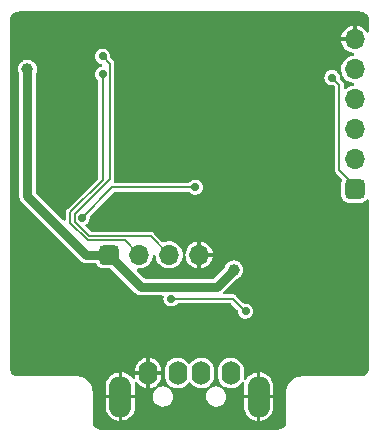
<source format=gbl>
%TF.GenerationSoftware,KiCad,Pcbnew,(6.0.0)*%
%TF.CreationDate,2022-09-20T12:46:11+03:00*%
%TF.ProjectId,Haier_module,48616965-725f-46d6-9f64-756c652e6b69,rev?*%
%TF.SameCoordinates,Original*%
%TF.FileFunction,Copper,L2,Bot*%
%TF.FilePolarity,Positive*%
%FSLAX46Y46*%
G04 Gerber Fmt 4.6, Leading zero omitted, Abs format (unit mm)*
G04 Created by KiCad (PCBNEW (6.0.0)) date 2022-09-20 12:46:11*
%MOMM*%
%LPD*%
G01*
G04 APERTURE LIST*
G04 Aperture macros list*
%AMRoundRect*
0 Rectangle with rounded corners*
0 $1 Rounding radius*
0 $2 $3 $4 $5 $6 $7 $8 $9 X,Y pos of 4 corners*
0 Add a 4 corners polygon primitive as box body*
4,1,4,$2,$3,$4,$5,$6,$7,$8,$9,$2,$3,0*
0 Add four circle primitives for the rounded corners*
1,1,$1+$1,$2,$3*
1,1,$1+$1,$4,$5*
1,1,$1+$1,$6,$7*
1,1,$1+$1,$8,$9*
0 Add four rect primitives between the rounded corners*
20,1,$1+$1,$2,$3,$4,$5,0*
20,1,$1+$1,$4,$5,$6,$7,0*
20,1,$1+$1,$6,$7,$8,$9,0*
20,1,$1+$1,$8,$9,$2,$3,0*%
G04 Aperture macros list end*
%TA.AperFunction,ComponentPad*%
%ADD10O,1.600000X2.000000*%
%TD*%
%TA.AperFunction,ComponentPad*%
%ADD11O,1.900000X3.500000*%
%TD*%
%TA.AperFunction,ComponentPad*%
%ADD12RoundRect,0.425000X0.425000X0.425000X-0.425000X0.425000X-0.425000X-0.425000X0.425000X-0.425000X0*%
%TD*%
%TA.AperFunction,ComponentPad*%
%ADD13O,1.700000X1.700000*%
%TD*%
%TA.AperFunction,ComponentPad*%
%ADD14RoundRect,0.425000X0.425000X-0.425000X0.425000X0.425000X-0.425000X0.425000X-0.425000X-0.425000X0*%
%TD*%
%TA.AperFunction,ViaPad*%
%ADD15C,0.700000*%
%TD*%
%TA.AperFunction,ViaPad*%
%ADD16C,1.000000*%
%TD*%
%TA.AperFunction,Conductor*%
%ADD17C,0.150000*%
%TD*%
%TA.AperFunction,Conductor*%
%ADD18C,0.800000*%
%TD*%
G04 APERTURE END LIST*
D10*
%TO.P,XT1,1,VBUS*%
%TO.N,+5V*%
X105000000Y-120900000D03*
%TO.P,XT1,2,D-*%
%TO.N,Net-(R6-Pad2)*%
X102500000Y-120900000D03*
%TO.P,XT1,3,D+*%
%TO.N,Net-(R5-Pad2)*%
X100500000Y-120900000D03*
%TO.P,XT1,4,GND*%
%TO.N,GND*%
X98000000Y-120900000D03*
D11*
%TO.P,XT1,5,Shield*%
X95650000Y-122900000D03*
X107350000Y-122900000D03*
%TD*%
D12*
%TO.P,XT2,1,Pin_1*%
%TO.N,+3V3*%
X115500000Y-105350000D03*
D13*
%TO.P,XT2,2,Pin_2*%
%TO.N,Net-(R3-Pad2)*%
X115500000Y-102810000D03*
%TO.P,XT2,3,Pin_3*%
%TO.N,Net-(R4-Pad2)*%
X115500000Y-100270000D03*
%TO.P,XT2,4,Pin_4*%
%TO.N,Net-(R2-Pad2)*%
X115500000Y-97730000D03*
%TO.P,XT2,5,Pin_5*%
%TO.N,Net-(R1-Pad2)*%
X115500000Y-95190000D03*
%TO.P,XT2,6,Pin_6*%
%TO.N,GND*%
X115500000Y-92650000D03*
%TD*%
D14*
%TO.P,XT3,1,Pin_1*%
%TO.N,+3V3*%
X94700000Y-110900000D03*
D13*
%TO.P,XT3,2,Pin_2*%
%TO.N,/RX*%
X97240000Y-110900000D03*
%TO.P,XT3,3,Pin_3*%
%TO.N,/TX*%
X99780000Y-110900000D03*
%TO.P,XT3,4,Pin_4*%
%TO.N,GND*%
X102320000Y-110900000D03*
%TD*%
D15*
%TO.N,GND*%
X88913600Y-98900000D03*
X92750000Y-104200000D03*
X96000000Y-99666666D03*
X94000000Y-125000000D03*
X102000000Y-91000000D03*
X113700000Y-117500000D03*
X87313600Y-93000000D03*
X96000000Y-91000000D03*
X107157107Y-108200000D03*
X116292893Y-120500000D03*
X86700000Y-113500000D03*
X102000000Y-99666666D03*
X90000000Y-120500000D03*
X113000000Y-120500000D03*
X91513600Y-115400000D03*
X111007107Y-108600000D03*
X109000000Y-125000000D03*
X105470142Y-107013035D03*
X86700000Y-117000000D03*
X116292893Y-113500000D03*
X108000000Y-95333333D03*
X109307107Y-107100000D03*
X108000000Y-91000000D03*
X109000000Y-120500000D03*
X108000000Y-104000000D03*
X102000000Y-104000000D03*
X112250000Y-118900000D03*
X112300000Y-115450000D03*
X94000000Y-120500000D03*
X87713600Y-91100000D03*
X91300000Y-103100000D03*
X116292893Y-117000000D03*
X87763600Y-108350000D03*
X89000000Y-105400000D03*
X108000000Y-99666666D03*
X86700000Y-120500000D03*
X96000000Y-95333333D03*
%TO.N,/RX*%
X94150000Y-95625000D03*
%TO.N,/TX*%
X94150000Y-94100000D03*
%TO.N,+3V3*%
X113575000Y-95900000D03*
D16*
X105257107Y-112175000D03*
D15*
X87813600Y-101975000D03*
X99200000Y-113625000D03*
D16*
X87788600Y-95175000D03*
D15*
%TO.N,+5V*%
X106250000Y-115675000D03*
X99950000Y-114625000D03*
%TO.N,Net-(R4-Pad1)*%
X102000000Y-105175000D03*
X92400000Y-107750000D03*
%TD*%
D17*
%TO.N,/RX*%
X91425000Y-107300000D02*
X91425000Y-108225000D01*
X91425000Y-108225000D02*
X92874511Y-109674511D01*
X96014511Y-109674511D02*
X97240000Y-110900000D01*
X94150000Y-95625000D02*
X94150000Y-104575000D01*
X92874511Y-109674511D02*
X96014511Y-109674511D01*
X94150000Y-104575000D02*
X91425000Y-107300000D01*
%TO.N,/TX*%
X98205000Y-109325000D02*
X99780000Y-110900000D01*
X91774511Y-107444773D02*
X91774511Y-108080227D01*
X94150000Y-94100000D02*
X94775000Y-94725000D01*
X91774511Y-108080227D02*
X93019284Y-109325000D01*
X94775000Y-94725000D02*
X94775000Y-104444284D01*
X94775000Y-104444284D02*
X91774511Y-107444773D01*
X93019284Y-109325000D02*
X98205000Y-109325000D01*
D18*
%TO.N,+3V3*%
X97425000Y-113625000D02*
X94700000Y-110900000D01*
D17*
X114200000Y-96525000D02*
X114200000Y-103757107D01*
D18*
X103807107Y-113625000D02*
X97425000Y-113625000D01*
X94700000Y-110900000D02*
X92775000Y-110900000D01*
X87788600Y-105913600D02*
X87788600Y-95175000D01*
D17*
X114200000Y-103757107D02*
X115792893Y-105350000D01*
X113575000Y-95900000D02*
X114200000Y-96525000D01*
D18*
X105257107Y-112175000D02*
X103807107Y-113625000D01*
X92775000Y-110900000D02*
X87788600Y-105913600D01*
D17*
%TO.N,+5V*%
X105175000Y-114625000D02*
X106225000Y-115675000D01*
X99950000Y-114625000D02*
X105175000Y-114625000D01*
%TO.N,Net-(R4-Pad1)*%
X92400000Y-107750000D02*
X94975000Y-105175000D01*
X94975000Y-105175000D02*
X102000000Y-105175000D01*
%TD*%
%TA.AperFunction,Conductor*%
%TO.N,GND*%
G36*
X115984608Y-90301914D02*
G01*
X115989145Y-90302714D01*
X116000000Y-90304628D01*
X116010857Y-90302714D01*
X116021368Y-90302714D01*
X116033715Y-90303321D01*
X116046988Y-90304628D01*
X116124214Y-90312234D01*
X116148437Y-90317052D01*
X116256009Y-90349683D01*
X116278820Y-90359132D01*
X116377960Y-90412124D01*
X116398494Y-90425845D01*
X116485382Y-90497152D01*
X116502847Y-90514617D01*
X116570487Y-90597036D01*
X116574155Y-90601506D01*
X116587878Y-90622043D01*
X116640867Y-90721178D01*
X116650317Y-90743991D01*
X116666096Y-90796007D01*
X116682948Y-90851561D01*
X116687766Y-90875786D01*
X116696679Y-90966282D01*
X116697286Y-90978632D01*
X116697286Y-90989143D01*
X116695372Y-91000000D01*
X116697286Y-91010855D01*
X116698086Y-91015392D01*
X116700000Y-91037271D01*
X116700000Y-91955502D01*
X116679998Y-92023623D01*
X116626342Y-92070116D01*
X116556068Y-92080220D01*
X116491488Y-92050726D01*
X116473042Y-92030891D01*
X116361731Y-91881827D01*
X116354041Y-91873287D01*
X116207315Y-91737654D01*
X116198190Y-91730653D01*
X116029209Y-91624034D01*
X116018965Y-91618814D01*
X115833385Y-91544775D01*
X115822347Y-91541505D01*
X115667770Y-91510759D01*
X115654894Y-91511911D01*
X115650000Y-91527064D01*
X115650000Y-92674000D01*
X115629998Y-92742121D01*
X115576342Y-92788614D01*
X115524000Y-92800000D01*
X114375397Y-92800000D01*
X114360357Y-92804416D01*
X114358305Y-92815603D01*
X114358914Y-92824901D01*
X114360715Y-92836273D01*
X114409896Y-93029923D01*
X114413737Y-93040769D01*
X114497386Y-93222218D01*
X114503137Y-93232179D01*
X114618455Y-93395350D01*
X114625921Y-93404092D01*
X114769047Y-93543520D01*
X114777981Y-93550754D01*
X114944112Y-93661760D01*
X114954225Y-93667251D01*
X115137805Y-93746123D01*
X115148738Y-93749675D01*
X115343615Y-93793771D01*
X115360753Y-93796027D01*
X115360480Y-93798100D01*
X115418986Y-93817816D01*
X115463326Y-93873264D01*
X115470650Y-93943882D01*
X115438633Y-94007249D01*
X115377439Y-94043247D01*
X115368081Y-94045224D01*
X115200953Y-94073941D01*
X115002575Y-94147127D01*
X114997614Y-94150079D01*
X114997613Y-94150079D01*
X114980089Y-94160505D01*
X114820856Y-94255238D01*
X114661881Y-94394655D01*
X114530976Y-94560708D01*
X114528287Y-94565819D01*
X114528285Y-94565822D01*
X114494975Y-94629134D01*
X114432523Y-94747836D01*
X114369820Y-94949773D01*
X114344967Y-95159754D01*
X114347698Y-95201416D01*
X114357963Y-95358032D01*
X114358796Y-95370749D01*
X114360217Y-95376345D01*
X114360218Y-95376350D01*
X114399421Y-95530707D01*
X114396956Y-95597521D01*
X114438407Y-95636820D01*
X114443894Y-95647380D01*
X114491774Y-95751239D01*
X114499369Y-95767714D01*
X114621405Y-95940391D01*
X114772865Y-96087937D01*
X114777661Y-96091142D01*
X114777664Y-96091144D01*
X114879420Y-96159135D01*
X114948677Y-96205411D01*
X114953985Y-96207692D01*
X114953986Y-96207692D01*
X115137650Y-96286600D01*
X115137653Y-96286601D01*
X115142953Y-96288878D01*
X115148582Y-96290152D01*
X115148583Y-96290152D01*
X115343550Y-96334269D01*
X115343553Y-96334269D01*
X115349186Y-96335544D01*
X115354958Y-96335771D01*
X115360687Y-96336525D01*
X115360327Y-96339257D01*
X115416604Y-96358216D01*
X115460950Y-96413659D01*
X115468282Y-96484276D01*
X115436271Y-96547647D01*
X115375081Y-96583651D01*
X115365704Y-96585632D01*
X115206650Y-96612962D01*
X115206649Y-96612962D01*
X115200953Y-96613941D01*
X115002575Y-96687127D01*
X114997614Y-96690079D01*
X114997613Y-96690079D01*
X114980089Y-96700505D01*
X114820856Y-96795238D01*
X114784575Y-96827055D01*
X114720174Y-96856931D01*
X114649841Y-96847245D01*
X114595909Y-96801073D01*
X114575500Y-96732322D01*
X114575500Y-96578496D01*
X114577979Y-96555208D01*
X114578078Y-96553110D01*
X114580269Y-96542933D01*
X114576373Y-96510015D01*
X114576029Y-96504179D01*
X114575928Y-96504187D01*
X114575500Y-96499008D01*
X114575500Y-96493807D01*
X114572371Y-96475007D01*
X114571534Y-96469130D01*
X114566800Y-96429134D01*
X114565576Y-96418790D01*
X114561654Y-96410623D01*
X114560167Y-96401687D01*
X114555223Y-96392525D01*
X114555222Y-96392521D01*
X114536094Y-96357071D01*
X114533398Y-96351780D01*
X114514897Y-96313251D01*
X114514896Y-96313250D01*
X114511463Y-96306100D01*
X114507906Y-96301869D01*
X114505974Y-96299937D01*
X114504255Y-96298063D01*
X114504181Y-96297926D01*
X114504291Y-96297826D01*
X114503868Y-96297346D01*
X114500806Y-96291671D01*
X114461632Y-96255459D01*
X114458067Y-96252030D01*
X114260901Y-96054864D01*
X114226875Y-95992552D01*
X114225253Y-95948019D01*
X114230134Y-95913723D01*
X114230278Y-95900000D01*
X114211363Y-95743694D01*
X114208677Y-95736585D01*
X114207105Y-95730186D01*
X114210054Y-95664332D01*
X114168860Y-95625889D01*
X114159434Y-95606265D01*
X114158396Y-95603519D01*
X114158394Y-95603516D01*
X114155710Y-95596412D01*
X114066531Y-95466657D01*
X114019971Y-95425174D01*
X113954648Y-95366972D01*
X113954645Y-95366970D01*
X113948976Y-95361919D01*
X113809831Y-95288245D01*
X113793122Y-95284048D01*
X113664498Y-95251740D01*
X113664496Y-95251740D01*
X113657128Y-95249889D01*
X113649530Y-95249849D01*
X113649528Y-95249849D01*
X113582319Y-95249497D01*
X113499684Y-95249065D01*
X113492305Y-95250837D01*
X113492301Y-95250837D01*
X113353967Y-95284048D01*
X113353963Y-95284049D01*
X113346588Y-95285820D01*
X113206679Y-95358032D01*
X113200957Y-95363024D01*
X113200955Y-95363025D01*
X113093759Y-95456538D01*
X113093756Y-95456541D01*
X113088034Y-95461533D01*
X113051935Y-95512896D01*
X113016223Y-95563710D01*
X112997501Y-95590348D01*
X112940309Y-95737039D01*
X112936271Y-95767714D01*
X112920849Y-95884854D01*
X112919758Y-95893138D01*
X112937035Y-96049633D01*
X112991143Y-96197490D01*
X112995380Y-96203796D01*
X112995382Y-96203799D01*
X113028980Y-96253797D01*
X113078958Y-96328172D01*
X113195410Y-96434135D01*
X113202085Y-96437759D01*
X113327099Y-96505637D01*
X113327101Y-96505638D01*
X113333776Y-96509262D01*
X113341125Y-96511190D01*
X113478719Y-96547287D01*
X113478721Y-96547287D01*
X113486069Y-96549215D01*
X113643495Y-96551688D01*
X113643449Y-96554615D01*
X113699962Y-96564968D01*
X113732357Y-96588394D01*
X113787595Y-96643632D01*
X113821621Y-96705944D01*
X113824500Y-96732727D01*
X113824500Y-103703611D01*
X113822021Y-103726908D01*
X113821923Y-103728993D01*
X113819731Y-103739173D01*
X113820955Y-103749512D01*
X113823627Y-103772091D01*
X113823971Y-103777928D01*
X113824072Y-103777920D01*
X113824500Y-103783099D01*
X113824500Y-103788300D01*
X113825354Y-103793428D01*
X113825354Y-103793434D01*
X113827628Y-103807094D01*
X113828465Y-103812970D01*
X113834424Y-103863317D01*
X113838346Y-103871484D01*
X113839833Y-103880420D01*
X113844777Y-103889582D01*
X113844778Y-103889586D01*
X113863906Y-103925036D01*
X113866602Y-103930327D01*
X113885103Y-103968856D01*
X113888537Y-103976007D01*
X113892094Y-103980238D01*
X113894026Y-103982170D01*
X113895745Y-103984044D01*
X113895819Y-103984181D01*
X113895709Y-103984281D01*
X113896132Y-103984761D01*
X113899194Y-103990436D01*
X113906841Y-103997505D01*
X113906842Y-103997506D01*
X113938367Y-104026647D01*
X113941933Y-104030077D01*
X114387873Y-104476017D01*
X114421899Y-104538329D01*
X114416834Y-104609144D01*
X114415613Y-104612060D01*
X114412997Y-104616303D01*
X114359737Y-104776876D01*
X114359037Y-104783712D01*
X114359036Y-104783715D01*
X114357419Y-104799500D01*
X114349500Y-104876793D01*
X114349501Y-105823206D01*
X114359997Y-105924372D01*
X114413537Y-106084852D01*
X114502560Y-106228711D01*
X114622289Y-106348231D01*
X114628519Y-106352071D01*
X114628520Y-106352072D01*
X114748760Y-106426189D01*
X114766303Y-106437003D01*
X114926876Y-106490263D01*
X114933712Y-106490963D01*
X114933715Y-106490964D01*
X114983797Y-106496095D01*
X115026793Y-106500500D01*
X115496350Y-106500500D01*
X115973206Y-106500499D01*
X115976450Y-106500162D01*
X115976458Y-106500162D01*
X116020880Y-106495553D01*
X116074372Y-106490003D01*
X116234852Y-106436463D01*
X116378711Y-106347440D01*
X116383884Y-106342258D01*
X116383889Y-106342254D01*
X116484827Y-106241139D01*
X116547109Y-106207059D01*
X116617929Y-106212062D01*
X116674802Y-106254559D01*
X116699671Y-106321057D01*
X116700000Y-106330156D01*
X116700000Y-120462729D01*
X116698086Y-120484608D01*
X116695372Y-120500000D01*
X116697286Y-120510857D01*
X116697286Y-120521368D01*
X116696679Y-120533718D01*
X116687766Y-120624214D01*
X116682948Y-120648437D01*
X116650317Y-120756009D01*
X116640868Y-120778820D01*
X116591131Y-120871872D01*
X116587878Y-120877957D01*
X116574157Y-120898491D01*
X116502848Y-120985382D01*
X116485383Y-121002847D01*
X116405854Y-121068115D01*
X116398494Y-121074155D01*
X116377960Y-121087876D01*
X116278822Y-121140867D01*
X116256009Y-121150317D01*
X116148437Y-121182948D01*
X116124214Y-121187766D01*
X116063014Y-121193794D01*
X116033715Y-121196679D01*
X116021368Y-121197286D01*
X116010857Y-121197286D01*
X116000000Y-121195372D01*
X115989145Y-121197286D01*
X115984608Y-121198086D01*
X115962729Y-121200000D01*
X111037271Y-121200000D01*
X111015392Y-121198086D01*
X111010855Y-121197286D01*
X111000000Y-121195372D01*
X110993772Y-121196470D01*
X110796007Y-121212034D01*
X110791200Y-121213188D01*
X110791194Y-121213189D01*
X110667081Y-121242987D01*
X110597036Y-121259803D01*
X110592465Y-121261696D01*
X110592463Y-121261697D01*
X110412561Y-121336214D01*
X110412557Y-121336216D01*
X110407987Y-121338109D01*
X110233516Y-121445025D01*
X110077918Y-121577918D01*
X109945025Y-121733516D01*
X109838109Y-121907987D01*
X109836216Y-121912557D01*
X109836214Y-121912561D01*
X109770267Y-122071774D01*
X109759803Y-122097036D01*
X109732026Y-122212735D01*
X109713190Y-122291194D01*
X109712034Y-122296007D01*
X109702151Y-122421602D01*
X109700839Y-122438268D01*
X109700435Y-122440702D01*
X109700615Y-122440720D01*
X109700000Y-122446993D01*
X109699624Y-122446956D01*
X109699189Y-122448208D01*
X109699083Y-122448846D01*
X109700000Y-122448918D01*
X109696470Y-122493772D01*
X109695372Y-122500000D01*
X109697286Y-122510855D01*
X109698086Y-122515392D01*
X109700000Y-122537271D01*
X109700000Y-124962729D01*
X109698086Y-124984608D01*
X109695372Y-125000000D01*
X109697286Y-125010857D01*
X109697286Y-125021368D01*
X109696679Y-125033718D01*
X109687766Y-125124214D01*
X109682948Y-125148437D01*
X109650317Y-125256009D01*
X109640867Y-125278822D01*
X109587878Y-125377957D01*
X109574157Y-125398491D01*
X109502848Y-125485382D01*
X109485382Y-125502848D01*
X109398494Y-125574155D01*
X109377960Y-125587876D01*
X109278822Y-125640867D01*
X109256009Y-125650317D01*
X109148437Y-125682948D01*
X109124214Y-125687766D01*
X109063014Y-125693794D01*
X109033715Y-125696679D01*
X109021368Y-125697286D01*
X109010857Y-125697286D01*
X109000000Y-125695372D01*
X108989145Y-125697286D01*
X108984608Y-125698086D01*
X108962729Y-125700000D01*
X94037271Y-125700000D01*
X94015392Y-125698086D01*
X94010855Y-125697286D01*
X94000000Y-125695372D01*
X93989143Y-125697286D01*
X93978632Y-125697286D01*
X93966285Y-125696679D01*
X93936986Y-125693794D01*
X93875786Y-125687766D01*
X93851563Y-125682948D01*
X93743991Y-125650317D01*
X93721178Y-125640867D01*
X93622040Y-125587876D01*
X93601506Y-125574155D01*
X93514618Y-125502848D01*
X93497152Y-125485382D01*
X93425843Y-125398491D01*
X93412122Y-125377957D01*
X93359133Y-125278822D01*
X93349683Y-125256009D01*
X93317052Y-125148437D01*
X93312234Y-125124214D01*
X93303321Y-125033718D01*
X93302714Y-125021368D01*
X93302714Y-125010857D01*
X93304628Y-125000000D01*
X93301914Y-124984608D01*
X93300000Y-124962729D01*
X93300000Y-123753806D01*
X94400000Y-123753806D01*
X94400249Y-123759402D01*
X94414284Y-123916656D01*
X94416265Y-123927669D01*
X94472180Y-124132060D01*
X94476078Y-124142541D01*
X94567311Y-124333813D01*
X94572996Y-124343426D01*
X94696656Y-124515518D01*
X94703964Y-124523984D01*
X94856142Y-124671456D01*
X94864824Y-124678486D01*
X95040721Y-124796684D01*
X95050510Y-124802065D01*
X95244548Y-124887242D01*
X95255146Y-124890809D01*
X95461209Y-124940280D01*
X95472254Y-124941911D01*
X95481915Y-124942468D01*
X95497332Y-124938891D01*
X95500000Y-124928128D01*
X95500000Y-124922936D01*
X95800000Y-124922936D01*
X95804105Y-124936918D01*
X95817271Y-124938961D01*
X95905368Y-124928300D01*
X95916302Y-124925976D01*
X96118849Y-124863665D01*
X96129193Y-124859444D01*
X96317507Y-124762247D01*
X96326938Y-124756262D01*
X96495071Y-124627250D01*
X96503287Y-124619694D01*
X96645912Y-124462950D01*
X96652665Y-124454053D01*
X96765279Y-124274534D01*
X96770354Y-124264574D01*
X96849390Y-124067964D01*
X96852625Y-124057249D01*
X96895797Y-123848778D01*
X96897000Y-123839639D01*
X96899895Y-123789435D01*
X96900000Y-123785789D01*
X96900000Y-123753806D01*
X106100000Y-123753806D01*
X106100249Y-123759402D01*
X106114284Y-123916656D01*
X106116265Y-123927669D01*
X106172180Y-124132060D01*
X106176078Y-124142541D01*
X106267311Y-124333813D01*
X106272996Y-124343426D01*
X106396656Y-124515518D01*
X106403964Y-124523984D01*
X106556142Y-124671456D01*
X106564824Y-124678486D01*
X106740721Y-124796684D01*
X106750510Y-124802065D01*
X106944548Y-124887242D01*
X106955146Y-124890809D01*
X107161209Y-124940280D01*
X107172254Y-124941911D01*
X107181915Y-124942468D01*
X107197332Y-124938891D01*
X107200000Y-124928128D01*
X107200000Y-124922936D01*
X107500000Y-124922936D01*
X107504105Y-124936918D01*
X107517271Y-124938961D01*
X107605368Y-124928300D01*
X107616302Y-124925976D01*
X107818849Y-124863665D01*
X107829193Y-124859444D01*
X108017507Y-124762247D01*
X108026938Y-124756262D01*
X108195071Y-124627250D01*
X108203287Y-124619694D01*
X108345912Y-124462950D01*
X108352665Y-124454053D01*
X108465279Y-124274534D01*
X108470354Y-124264574D01*
X108549390Y-124067964D01*
X108552625Y-124057249D01*
X108595797Y-123848778D01*
X108597000Y-123839639D01*
X108599895Y-123789435D01*
X108600000Y-123785789D01*
X108600000Y-123068115D01*
X108595525Y-123052876D01*
X108594135Y-123051671D01*
X108586452Y-123050000D01*
X107518115Y-123050000D01*
X107502876Y-123054475D01*
X107501671Y-123055865D01*
X107500000Y-123063548D01*
X107500000Y-124922936D01*
X107200000Y-124922936D01*
X107200000Y-123068115D01*
X107195525Y-123052876D01*
X107194135Y-123051671D01*
X107186452Y-123050000D01*
X106118115Y-123050000D01*
X106102876Y-123054475D01*
X106101671Y-123055865D01*
X106100000Y-123063548D01*
X106100000Y-123753806D01*
X96900000Y-123753806D01*
X96900000Y-123068115D01*
X96895525Y-123052876D01*
X96894135Y-123051671D01*
X96886452Y-123050000D01*
X95818115Y-123050000D01*
X95802876Y-123054475D01*
X95801671Y-123055865D01*
X95800000Y-123063548D01*
X95800000Y-124922936D01*
X95500000Y-124922936D01*
X95500000Y-123068115D01*
X95495525Y-123052876D01*
X95494135Y-123051671D01*
X95486452Y-123050000D01*
X94418115Y-123050000D01*
X94402876Y-123054475D01*
X94401671Y-123055865D01*
X94400000Y-123063548D01*
X94400000Y-123753806D01*
X93300000Y-123753806D01*
X93300000Y-122731885D01*
X94400000Y-122731885D01*
X94404475Y-122747124D01*
X94405865Y-122748329D01*
X94413548Y-122750000D01*
X95481885Y-122750000D01*
X95497124Y-122745525D01*
X95498329Y-122744135D01*
X95500000Y-122736452D01*
X95500000Y-122731885D01*
X95800000Y-122731885D01*
X95804475Y-122747124D01*
X95805865Y-122748329D01*
X95813548Y-122750000D01*
X96881885Y-122750000D01*
X96897124Y-122745525D01*
X96898329Y-122744135D01*
X96900000Y-122736452D01*
X96900000Y-122046194D01*
X96899751Y-122040598D01*
X96885716Y-121883344D01*
X96883736Y-121872335D01*
X96875042Y-121840558D01*
X96876359Y-121769574D01*
X96915844Y-121710570D01*
X96980961Y-121682280D01*
X97051036Y-121693686D01*
X97095662Y-121729476D01*
X97196081Y-121857314D01*
X97204321Y-121865967D01*
X97353791Y-121995670D01*
X97363511Y-122002604D01*
X97534812Y-122101704D01*
X97545676Y-122106678D01*
X97732629Y-122171599D01*
X97744230Y-122174427D01*
X97832071Y-122187163D01*
X97846007Y-122185177D01*
X97848670Y-122176129D01*
X98150000Y-122176129D01*
X98154475Y-122191368D01*
X98154687Y-122191552D01*
X98160635Y-122192702D01*
X98161520Y-122192577D01*
X98353928Y-122146206D01*
X98365207Y-122142323D01*
X98541129Y-122062335D01*
X98611420Y-122052348D01*
X98675952Y-122081949D01*
X98714236Y-122141739D01*
X98714118Y-122212735D01*
X98679854Y-122268584D01*
X98598493Y-122345524D01*
X98494625Y-122498360D01*
X98492092Y-122504694D01*
X98492090Y-122504697D01*
X98428534Y-122663598D01*
X98428533Y-122663603D01*
X98426000Y-122669935D01*
X98395819Y-122852244D01*
X98396176Y-122859061D01*
X98396176Y-122859065D01*
X98404302Y-123014111D01*
X98405490Y-123036781D01*
X98407301Y-123043354D01*
X98407301Y-123043357D01*
X98432930Y-123136402D01*
X98454562Y-123214936D01*
X98540746Y-123378398D01*
X98660020Y-123519540D01*
X98665444Y-123523687D01*
X98665445Y-123523688D01*
X98801399Y-123627633D01*
X98801403Y-123627636D01*
X98806820Y-123631777D01*
X98813000Y-123634659D01*
X98813002Y-123634660D01*
X98968120Y-123706993D01*
X98968123Y-123706994D01*
X98974297Y-123709873D01*
X98980942Y-123711358D01*
X98980947Y-123711360D01*
X99089207Y-123735558D01*
X99154637Y-123750183D01*
X99160307Y-123750500D01*
X99296164Y-123750500D01*
X99433709Y-123735558D01*
X99608848Y-123676617D01*
X99767244Y-123581443D01*
X99828318Y-123523688D01*
X99896549Y-123459165D01*
X99896551Y-123459163D01*
X99901507Y-123454476D01*
X100005375Y-123301640D01*
X100037639Y-123220975D01*
X100071466Y-123136402D01*
X100071467Y-123136397D01*
X100074000Y-123130065D01*
X100104181Y-122947756D01*
X100098823Y-122845506D01*
X100094867Y-122770032D01*
X100094510Y-122763219D01*
X100089637Y-122745525D01*
X100047251Y-122591646D01*
X100045438Y-122585064D01*
X99959254Y-122421602D01*
X99839980Y-122280460D01*
X99834555Y-122276312D01*
X99829618Y-122271611D01*
X99830530Y-122270653D01*
X99792866Y-122219263D01*
X99788519Y-122148400D01*
X99823174Y-122086435D01*
X99885828Y-122053043D01*
X99956588Y-122058826D01*
X99974457Y-122067365D01*
X100007421Y-122086435D01*
X100039799Y-122105166D01*
X100102119Y-122126807D01*
X100232509Y-122172086D01*
X100232511Y-122172086D01*
X100238174Y-122174053D01*
X100244109Y-122174914D01*
X100244111Y-122174914D01*
X100440056Y-122203325D01*
X100440059Y-122203325D01*
X100445996Y-122204186D01*
X100655767Y-122194477D01*
X100797944Y-122160212D01*
X100854085Y-122146682D01*
X100854087Y-122146681D01*
X100859918Y-122145276D01*
X100865376Y-122142794D01*
X100865380Y-122142793D01*
X101045626Y-122060840D01*
X101051081Y-122058360D01*
X101222360Y-121936863D01*
X101367575Y-121785169D01*
X101394108Y-121744077D01*
X101447864Y-121697699D01*
X101518159Y-121687746D01*
X101582677Y-121717378D01*
X101599046Y-121734592D01*
X101695718Y-121857662D01*
X101695722Y-121857667D01*
X101699424Y-121862379D01*
X101703954Y-121866310D01*
X101703955Y-121866311D01*
X101853498Y-121996079D01*
X101853503Y-121996083D01*
X101858029Y-122000010D01*
X102039799Y-122105166D01*
X102102119Y-122126807D01*
X102232509Y-122172086D01*
X102232511Y-122172086D01*
X102238174Y-122174053D01*
X102244109Y-122174914D01*
X102244111Y-122174914D01*
X102440056Y-122203325D01*
X102440059Y-122203325D01*
X102445996Y-122204186D01*
X102655767Y-122194477D01*
X102797944Y-122160212D01*
X102854085Y-122146682D01*
X102854087Y-122146681D01*
X102859918Y-122145276D01*
X102865376Y-122142794D01*
X102865380Y-122142793D01*
X103040012Y-122063393D01*
X103110303Y-122053407D01*
X103174834Y-122083007D01*
X103213118Y-122142798D01*
X103213000Y-122213794D01*
X103178737Y-122269641D01*
X103098493Y-122345524D01*
X102994625Y-122498360D01*
X102992092Y-122504694D01*
X102992090Y-122504697D01*
X102928534Y-122663598D01*
X102928533Y-122663603D01*
X102926000Y-122669935D01*
X102895819Y-122852244D01*
X102896176Y-122859061D01*
X102896176Y-122859065D01*
X102904302Y-123014111D01*
X102905490Y-123036781D01*
X102907301Y-123043354D01*
X102907301Y-123043357D01*
X102932930Y-123136402D01*
X102954562Y-123214936D01*
X103040746Y-123378398D01*
X103160020Y-123519540D01*
X103165444Y-123523687D01*
X103165445Y-123523688D01*
X103301399Y-123627633D01*
X103301403Y-123627636D01*
X103306820Y-123631777D01*
X103313000Y-123634659D01*
X103313002Y-123634660D01*
X103468120Y-123706993D01*
X103468123Y-123706994D01*
X103474297Y-123709873D01*
X103480942Y-123711358D01*
X103480947Y-123711360D01*
X103589207Y-123735558D01*
X103654637Y-123750183D01*
X103660307Y-123750500D01*
X103796164Y-123750500D01*
X103933709Y-123735558D01*
X104108848Y-123676617D01*
X104267244Y-123581443D01*
X104328318Y-123523688D01*
X104396549Y-123459165D01*
X104396551Y-123459163D01*
X104401507Y-123454476D01*
X104505375Y-123301640D01*
X104537639Y-123220975D01*
X104571466Y-123136402D01*
X104571467Y-123136397D01*
X104574000Y-123130065D01*
X104604181Y-122947756D01*
X104598823Y-122845506D01*
X104594867Y-122770032D01*
X104594510Y-122763219D01*
X104589637Y-122745525D01*
X104547251Y-122591646D01*
X104545438Y-122585064D01*
X104459254Y-122421602D01*
X104339980Y-122280460D01*
X104334555Y-122276312D01*
X104329618Y-122271611D01*
X104330530Y-122270653D01*
X104292866Y-122219263D01*
X104288519Y-122148400D01*
X104323174Y-122086435D01*
X104385828Y-122053043D01*
X104456588Y-122058826D01*
X104474457Y-122067365D01*
X104507421Y-122086435D01*
X104539799Y-122105166D01*
X104602119Y-122126807D01*
X104732509Y-122172086D01*
X104732511Y-122172086D01*
X104738174Y-122174053D01*
X104744109Y-122174914D01*
X104744111Y-122174914D01*
X104940056Y-122203325D01*
X104940059Y-122203325D01*
X104945996Y-122204186D01*
X105155767Y-122194477D01*
X105297944Y-122160212D01*
X105354085Y-122146682D01*
X105354087Y-122146681D01*
X105359918Y-122145276D01*
X105365376Y-122142794D01*
X105365380Y-122142793D01*
X105545626Y-122060840D01*
X105551081Y-122058360D01*
X105722360Y-121936863D01*
X105867575Y-121785169D01*
X105900457Y-121734244D01*
X105954212Y-121687866D01*
X106024507Y-121677912D01*
X106089025Y-121707543D01*
X106127281Y-121767351D01*
X106129691Y-121828141D01*
X106104204Y-121951219D01*
X106103000Y-121960361D01*
X106100105Y-122010565D01*
X106100000Y-122014211D01*
X106100000Y-122731885D01*
X106104475Y-122747124D01*
X106105865Y-122748329D01*
X106113548Y-122750000D01*
X107181885Y-122750000D01*
X107197124Y-122745525D01*
X107198329Y-122744135D01*
X107200000Y-122736452D01*
X107200000Y-122731885D01*
X107500000Y-122731885D01*
X107504475Y-122747124D01*
X107505865Y-122748329D01*
X107513548Y-122750000D01*
X108581885Y-122750000D01*
X108597124Y-122745525D01*
X108598329Y-122744135D01*
X108600000Y-122736452D01*
X108600000Y-122046194D01*
X108599751Y-122040598D01*
X108585716Y-121883344D01*
X108583735Y-121872331D01*
X108527820Y-121667940D01*
X108523922Y-121657459D01*
X108432689Y-121466187D01*
X108427004Y-121456574D01*
X108303344Y-121284482D01*
X108296036Y-121276016D01*
X108143858Y-121128544D01*
X108135176Y-121121514D01*
X107959279Y-121003316D01*
X107949490Y-120997935D01*
X107755452Y-120912758D01*
X107744854Y-120909191D01*
X107538791Y-120859720D01*
X107527746Y-120858089D01*
X107518085Y-120857532D01*
X107502668Y-120861109D01*
X107500000Y-120871872D01*
X107500000Y-122731885D01*
X107200000Y-122731885D01*
X107200000Y-120877064D01*
X107195895Y-120863082D01*
X107182729Y-120861039D01*
X107094632Y-120871700D01*
X107083698Y-120874024D01*
X106881151Y-120936335D01*
X106870807Y-120940556D01*
X106682493Y-121037753D01*
X106673062Y-121043738D01*
X106504929Y-121172750D01*
X106496713Y-121180306D01*
X106354088Y-121337050D01*
X106347334Y-121345947D01*
X106309764Y-121405838D01*
X106256620Y-121452915D01*
X106186461Y-121463787D01*
X106121561Y-121435002D01*
X106082526Y-121375700D01*
X106079363Y-121314731D01*
X106081641Y-121303069D01*
X106100230Y-121207878D01*
X106100500Y-121202357D01*
X106100500Y-120647531D01*
X106085561Y-120490954D01*
X106026447Y-120289451D01*
X105973274Y-120186209D01*
X105933041Y-120108092D01*
X105933039Y-120108089D01*
X105930295Y-120102761D01*
X105804555Y-119942686D01*
X105804282Y-119942338D01*
X105804278Y-119942333D01*
X105800576Y-119937621D01*
X105796045Y-119933689D01*
X105646502Y-119803921D01*
X105646497Y-119803917D01*
X105641971Y-119799990D01*
X105460201Y-119694834D01*
X105344696Y-119654724D01*
X105267491Y-119627914D01*
X105267489Y-119627914D01*
X105261826Y-119625947D01*
X105255891Y-119625086D01*
X105255889Y-119625086D01*
X105059944Y-119596675D01*
X105059941Y-119596675D01*
X105054004Y-119595814D01*
X104844233Y-119605523D01*
X104749305Y-119628401D01*
X104645915Y-119653318D01*
X104645913Y-119653319D01*
X104640082Y-119654724D01*
X104634624Y-119657206D01*
X104634620Y-119657207D01*
X104544250Y-119698296D01*
X104448919Y-119741640D01*
X104277640Y-119863137D01*
X104132425Y-120014831D01*
X104129174Y-120019866D01*
X104069520Y-120112254D01*
X104018515Y-120191246D01*
X104016273Y-120196809D01*
X103976546Y-120295385D01*
X103940019Y-120386019D01*
X103938871Y-120391900D01*
X103938869Y-120391905D01*
X103906165Y-120559374D01*
X103899770Y-120592122D01*
X103899500Y-120597643D01*
X103899500Y-121152469D01*
X103914439Y-121309046D01*
X103973553Y-121510549D01*
X104010188Y-121581680D01*
X104064878Y-121687866D01*
X104069705Y-121697239D01*
X104097038Y-121732036D01*
X104195718Y-121857662D01*
X104195722Y-121857667D01*
X104199424Y-121862379D01*
X104203954Y-121866310D01*
X104203955Y-121866311D01*
X104289239Y-121940317D01*
X104327580Y-122000070D01*
X104327529Y-122071067D01*
X104289102Y-122130766D01*
X104224500Y-122160212D01*
X104153408Y-122149677D01*
X104150670Y-122148400D01*
X104113173Y-122130915D01*
X104031880Y-122093007D01*
X104031877Y-122093006D01*
X104025703Y-122090127D01*
X104019058Y-122088642D01*
X104019053Y-122088640D01*
X103861424Y-122053407D01*
X103845363Y-122049817D01*
X103839693Y-122049500D01*
X103703836Y-122049500D01*
X103566291Y-122064442D01*
X103391152Y-122123383D01*
X103385302Y-122126898D01*
X103385300Y-122126899D01*
X103380246Y-122129936D01*
X103311553Y-122147876D01*
X103244066Y-122125830D01*
X103199212Y-122070797D01*
X103191231Y-122000250D01*
X103224333Y-121934802D01*
X103363430Y-121789499D01*
X103367575Y-121785169D01*
X103417698Y-121707543D01*
X103478233Y-121613791D01*
X103478234Y-121613788D01*
X103481485Y-121608754D01*
X103521063Y-121510549D01*
X103557739Y-121419545D01*
X103557740Y-121419542D01*
X103559981Y-121413981D01*
X103561129Y-121408100D01*
X103561131Y-121408095D01*
X103599362Y-121212324D01*
X103599362Y-121212321D01*
X103600230Y-121207878D01*
X103600500Y-121202357D01*
X103600500Y-120647531D01*
X103585561Y-120490954D01*
X103526447Y-120289451D01*
X103473274Y-120186209D01*
X103433041Y-120108092D01*
X103433039Y-120108089D01*
X103430295Y-120102761D01*
X103304555Y-119942686D01*
X103304282Y-119942338D01*
X103304278Y-119942333D01*
X103300576Y-119937621D01*
X103296045Y-119933689D01*
X103146502Y-119803921D01*
X103146497Y-119803917D01*
X103141971Y-119799990D01*
X102960201Y-119694834D01*
X102844696Y-119654724D01*
X102767491Y-119627914D01*
X102767489Y-119627914D01*
X102761826Y-119625947D01*
X102755891Y-119625086D01*
X102755889Y-119625086D01*
X102559944Y-119596675D01*
X102559941Y-119596675D01*
X102554004Y-119595814D01*
X102344233Y-119605523D01*
X102249305Y-119628401D01*
X102145915Y-119653318D01*
X102145913Y-119653319D01*
X102140082Y-119654724D01*
X102134624Y-119657206D01*
X102134620Y-119657207D01*
X102044250Y-119698296D01*
X101948919Y-119741640D01*
X101777640Y-119863137D01*
X101632425Y-120014831D01*
X101629174Y-120019866D01*
X101605892Y-120055923D01*
X101552136Y-120102301D01*
X101481841Y-120112254D01*
X101417323Y-120082622D01*
X101400954Y-120065408D01*
X101304282Y-119942338D01*
X101304278Y-119942333D01*
X101300576Y-119937621D01*
X101296045Y-119933689D01*
X101146502Y-119803921D01*
X101146497Y-119803917D01*
X101141971Y-119799990D01*
X100960201Y-119694834D01*
X100844696Y-119654724D01*
X100767491Y-119627914D01*
X100767489Y-119627914D01*
X100761826Y-119625947D01*
X100755891Y-119625086D01*
X100755889Y-119625086D01*
X100559944Y-119596675D01*
X100559941Y-119596675D01*
X100554004Y-119595814D01*
X100344233Y-119605523D01*
X100249305Y-119628401D01*
X100145915Y-119653318D01*
X100145913Y-119653319D01*
X100140082Y-119654724D01*
X100134624Y-119657206D01*
X100134620Y-119657207D01*
X100044250Y-119698296D01*
X99948919Y-119741640D01*
X99777640Y-119863137D01*
X99632425Y-120014831D01*
X99629174Y-120019866D01*
X99569520Y-120112254D01*
X99518515Y-120191246D01*
X99516273Y-120196809D01*
X99476546Y-120295385D01*
X99440019Y-120386019D01*
X99438871Y-120391900D01*
X99438869Y-120391905D01*
X99406165Y-120559374D01*
X99399770Y-120592122D01*
X99399500Y-120597643D01*
X99399500Y-121152469D01*
X99414439Y-121309046D01*
X99473553Y-121510549D01*
X99510188Y-121581680D01*
X99564878Y-121687866D01*
X99569705Y-121697239D01*
X99597038Y-121732036D01*
X99695718Y-121857662D01*
X99695722Y-121857667D01*
X99699424Y-121862379D01*
X99703954Y-121866310D01*
X99703955Y-121866311D01*
X99789239Y-121940317D01*
X99827580Y-122000070D01*
X99827529Y-122071067D01*
X99789102Y-122130766D01*
X99724500Y-122160212D01*
X99653408Y-122149677D01*
X99650670Y-122148400D01*
X99613173Y-122130915D01*
X99531880Y-122093007D01*
X99531877Y-122093006D01*
X99525703Y-122090127D01*
X99519058Y-122088642D01*
X99519053Y-122088640D01*
X99361424Y-122053407D01*
X99345363Y-122049817D01*
X99339693Y-122049500D01*
X99203836Y-122049500D01*
X99066291Y-122064442D01*
X98891152Y-122123383D01*
X98885302Y-122126898D01*
X98878617Y-122130915D01*
X98809924Y-122148854D01*
X98742437Y-122126807D01*
X98697583Y-122071774D01*
X98689603Y-122001227D01*
X98722705Y-121935780D01*
X98863036Y-121789188D01*
X98870432Y-121779823D01*
X98977787Y-121613560D01*
X98983283Y-121602957D01*
X99057257Y-121419404D01*
X99060650Y-121407949D01*
X99098861Y-121212278D01*
X99099935Y-121203443D01*
X99100000Y-121200758D01*
X99100000Y-121068115D01*
X99095525Y-121052876D01*
X99094135Y-121051671D01*
X99086452Y-121050000D01*
X98168115Y-121050000D01*
X98152876Y-121054475D01*
X98151671Y-121055865D01*
X98150000Y-121063548D01*
X98150000Y-122176129D01*
X97848670Y-122176129D01*
X97850000Y-122171609D01*
X97850000Y-121068115D01*
X97845525Y-121052876D01*
X97844135Y-121051671D01*
X97836452Y-121050000D01*
X96918115Y-121050000D01*
X96902876Y-121054475D01*
X96901671Y-121055865D01*
X96900000Y-121063548D01*
X96900000Y-121149454D01*
X96900285Y-121155430D01*
X96914362Y-121302974D01*
X96914994Y-121306258D01*
X96914834Y-121307927D01*
X96914932Y-121308951D01*
X96914734Y-121308970D01*
X96908231Y-121376932D01*
X96864333Y-121432731D01*
X96797237Y-121455938D01*
X96728245Y-121439187D01*
X96688943Y-121403606D01*
X96603344Y-121284482D01*
X96596036Y-121276016D01*
X96443858Y-121128544D01*
X96435176Y-121121514D01*
X96259279Y-121003316D01*
X96249490Y-120997935D01*
X96055452Y-120912758D01*
X96044854Y-120909191D01*
X95838791Y-120859720D01*
X95827746Y-120858089D01*
X95818085Y-120857532D01*
X95802668Y-120861109D01*
X95800000Y-120871872D01*
X95800000Y-122731885D01*
X95500000Y-122731885D01*
X95500000Y-120877064D01*
X95495895Y-120863082D01*
X95482729Y-120861039D01*
X95394632Y-120871700D01*
X95383698Y-120874024D01*
X95181151Y-120936335D01*
X95170807Y-120940556D01*
X94982493Y-121037753D01*
X94973062Y-121043738D01*
X94804929Y-121172750D01*
X94796713Y-121180306D01*
X94654088Y-121337050D01*
X94647335Y-121345947D01*
X94534721Y-121525466D01*
X94529646Y-121535426D01*
X94450610Y-121732036D01*
X94447375Y-121742751D01*
X94404203Y-121951222D01*
X94403000Y-121960361D01*
X94400105Y-122010565D01*
X94400000Y-122014211D01*
X94400000Y-122731885D01*
X93300000Y-122731885D01*
X93300000Y-122537271D01*
X93301914Y-122515392D01*
X93302714Y-122510855D01*
X93304628Y-122500000D01*
X93303530Y-122493772D01*
X93287966Y-122296007D01*
X93286811Y-122291196D01*
X93286811Y-122291194D01*
X93251778Y-122145276D01*
X93240197Y-122097036D01*
X93229733Y-122071774D01*
X93163786Y-121912561D01*
X93163784Y-121912557D01*
X93161891Y-121907987D01*
X93054975Y-121733516D01*
X92922082Y-121577918D01*
X92766484Y-121445025D01*
X92592013Y-121338109D01*
X92587443Y-121336216D01*
X92587439Y-121336214D01*
X92407537Y-121261697D01*
X92407535Y-121261696D01*
X92402964Y-121259803D01*
X92203993Y-121212034D01*
X92061727Y-121200838D01*
X92059298Y-121200435D01*
X92059280Y-121200615D01*
X92053007Y-121200000D01*
X92053044Y-121199624D01*
X92051792Y-121199189D01*
X92051154Y-121199083D01*
X92051082Y-121200000D01*
X92006228Y-121196470D01*
X92000000Y-121195372D01*
X91989145Y-121197286D01*
X91984608Y-121198086D01*
X91962729Y-121200000D01*
X87037271Y-121200000D01*
X87015392Y-121198086D01*
X87010855Y-121197286D01*
X87000000Y-121195372D01*
X86989143Y-121197286D01*
X86978632Y-121197286D01*
X86966285Y-121196679D01*
X86936986Y-121193794D01*
X86875786Y-121187766D01*
X86851563Y-121182948D01*
X86743991Y-121150317D01*
X86721178Y-121140867D01*
X86622040Y-121087876D01*
X86601506Y-121074155D01*
X86594147Y-121068115D01*
X86514617Y-121002847D01*
X86497152Y-120985382D01*
X86425843Y-120898491D01*
X86412122Y-120877957D01*
X86408870Y-120871872D01*
X86359132Y-120778820D01*
X86349683Y-120756009D01*
X86342365Y-120731885D01*
X96900000Y-120731885D01*
X96904475Y-120747124D01*
X96905865Y-120748329D01*
X96913548Y-120750000D01*
X97831885Y-120750000D01*
X97847124Y-120745525D01*
X97848329Y-120744135D01*
X97850000Y-120736452D01*
X97850000Y-120731885D01*
X98150000Y-120731885D01*
X98154475Y-120747124D01*
X98155865Y-120748329D01*
X98163548Y-120750000D01*
X99081885Y-120750000D01*
X99097124Y-120745525D01*
X99098329Y-120744135D01*
X99100000Y-120736452D01*
X99100000Y-120650546D01*
X99099715Y-120644570D01*
X99085638Y-120497026D01*
X99083379Y-120485291D01*
X99027667Y-120295385D01*
X99023237Y-120284309D01*
X98932619Y-120108363D01*
X98926169Y-120098317D01*
X98803919Y-119942686D01*
X98795679Y-119934033D01*
X98646209Y-119804330D01*
X98636489Y-119797396D01*
X98465188Y-119698296D01*
X98454324Y-119693322D01*
X98267371Y-119628401D01*
X98255770Y-119625573D01*
X98167929Y-119612837D01*
X98153993Y-119614823D01*
X98150000Y-119628391D01*
X98150000Y-120731885D01*
X97850000Y-120731885D01*
X97850000Y-119623871D01*
X97845525Y-119608632D01*
X97845313Y-119608448D01*
X97839365Y-119607298D01*
X97838480Y-119607423D01*
X97646072Y-119653794D01*
X97634793Y-119657677D01*
X97454622Y-119739597D01*
X97444282Y-119745543D01*
X97282854Y-119860051D01*
X97273826Y-119867844D01*
X97136964Y-120010812D01*
X97129568Y-120020177D01*
X97022213Y-120186440D01*
X97016717Y-120197043D01*
X96942743Y-120380596D01*
X96939350Y-120392051D01*
X96901139Y-120587722D01*
X96900065Y-120596557D01*
X96900000Y-120599242D01*
X96900000Y-120731885D01*
X86342365Y-120731885D01*
X86317052Y-120648437D01*
X86312234Y-120624214D01*
X86303321Y-120533718D01*
X86302714Y-120521368D01*
X86302714Y-120510857D01*
X86304628Y-120500000D01*
X86301914Y-120484608D01*
X86300000Y-120462729D01*
X86300000Y-95163753D01*
X86983114Y-95163753D01*
X86983801Y-95170760D01*
X86983801Y-95170763D01*
X86985957Y-95192747D01*
X87000639Y-95342486D01*
X87002862Y-95349168D01*
X87002862Y-95349169D01*
X87041945Y-95466657D01*
X87057326Y-95512896D01*
X87060972Y-95518916D01*
X87069877Y-95533620D01*
X87088100Y-95598890D01*
X87088100Y-105884959D01*
X87087808Y-105893529D01*
X87085260Y-105930909D01*
X87083922Y-105950530D01*
X87085227Y-105958006D01*
X87085227Y-105958009D01*
X87094778Y-106012732D01*
X87095741Y-106019258D01*
X87103324Y-106081920D01*
X87106009Y-106089027D01*
X87106818Y-106092320D01*
X87110777Y-106106791D01*
X87111766Y-106110067D01*
X87113073Y-106117554D01*
X87116128Y-106124513D01*
X87116128Y-106124514D01*
X87138447Y-106175360D01*
X87140939Y-106181466D01*
X87158792Y-106228711D01*
X87163255Y-106240523D01*
X87167554Y-106246778D01*
X87169135Y-106249803D01*
X87176425Y-106262899D01*
X87178166Y-106265843D01*
X87181221Y-106272802D01*
X87185846Y-106278830D01*
X87185847Y-106278831D01*
X87219642Y-106322873D01*
X87223519Y-106328209D01*
X87254981Y-106373986D01*
X87254986Y-106373992D01*
X87259288Y-106380251D01*
X87264962Y-106385306D01*
X87305257Y-106421208D01*
X87310533Y-106426189D01*
X92259418Y-111375075D01*
X92265271Y-111381340D01*
X92302831Y-111424396D01*
X92354473Y-111460690D01*
X92359758Y-111464616D01*
X92403478Y-111498897D01*
X92403484Y-111498901D01*
X92409457Y-111503584D01*
X92416377Y-111506709D01*
X92419264Y-111508457D01*
X92432327Y-111515909D01*
X92435337Y-111517523D01*
X92441547Y-111521887D01*
X92479065Y-111536515D01*
X92500348Y-111544813D01*
X92506429Y-111547369D01*
X92522094Y-111554442D01*
X92563984Y-111573356D01*
X92571449Y-111574740D01*
X92574717Y-111575764D01*
X92589096Y-111579859D01*
X92592434Y-111580716D01*
X92599513Y-111583476D01*
X92607040Y-111584467D01*
X92607044Y-111584468D01*
X92662094Y-111591715D01*
X92668609Y-111592747D01*
X92723224Y-111602869D01*
X92730692Y-111604253D01*
X92738272Y-111603816D01*
X92738273Y-111603816D01*
X92792155Y-111600709D01*
X92799408Y-111600500D01*
X93522077Y-111600500D01*
X93590198Y-111620502D01*
X93629221Y-111660197D01*
X93636393Y-111671786D01*
X93702560Y-111778711D01*
X93822289Y-111898231D01*
X93828519Y-111902071D01*
X93828520Y-111902072D01*
X93917427Y-111956875D01*
X93966303Y-111987003D01*
X94126876Y-112040263D01*
X94133712Y-112040963D01*
X94133715Y-112040964D01*
X94180636Y-112045771D01*
X94226793Y-112050500D01*
X94263549Y-112050500D01*
X94807653Y-112050499D01*
X94875774Y-112070501D01*
X94896748Y-112087404D01*
X96909416Y-114100072D01*
X96915271Y-114106339D01*
X96947839Y-114143674D01*
X96947841Y-114143676D01*
X96952831Y-114149396D01*
X97004473Y-114185690D01*
X97009758Y-114189616D01*
X97053476Y-114223895D01*
X97053480Y-114223897D01*
X97059457Y-114228584D01*
X97066380Y-114231710D01*
X97069328Y-114233495D01*
X97082288Y-114240887D01*
X97085334Y-114242520D01*
X97091547Y-114246887D01*
X97145070Y-114267755D01*
X97150366Y-114269820D01*
X97156445Y-114272375D01*
X97213984Y-114298355D01*
X97221455Y-114299740D01*
X97224723Y-114300764D01*
X97239164Y-114304877D01*
X97242437Y-114305717D01*
X97249513Y-114308476D01*
X97294183Y-114314356D01*
X97312106Y-114316716D01*
X97318623Y-114317748D01*
X97345789Y-114322783D01*
X97380692Y-114329252D01*
X97388272Y-114328815D01*
X97388273Y-114328815D01*
X97442144Y-114325709D01*
X97449396Y-114325500D01*
X99189609Y-114325500D01*
X99257730Y-114345502D01*
X99304223Y-114399158D01*
X99314531Y-114467946D01*
X99294758Y-114618138D01*
X99312035Y-114774633D01*
X99366143Y-114922490D01*
X99453958Y-115053172D01*
X99570410Y-115159135D01*
X99577085Y-115162759D01*
X99702099Y-115230637D01*
X99702101Y-115230638D01*
X99708776Y-115234262D01*
X99716125Y-115236190D01*
X99853719Y-115272287D01*
X99853721Y-115272287D01*
X99861069Y-115274215D01*
X99944380Y-115275524D01*
X100010898Y-115276569D01*
X100010901Y-115276569D01*
X100018495Y-115276688D01*
X100171968Y-115241538D01*
X100312625Y-115170795D01*
X100356451Y-115133364D01*
X100426574Y-115073474D01*
X100426576Y-115073471D01*
X100432348Y-115068542D01*
X100436777Y-115062378D01*
X100436780Y-115062375D01*
X100443536Y-115052973D01*
X100499531Y-115009326D01*
X100545858Y-115000500D01*
X104967273Y-115000500D01*
X105035394Y-115020502D01*
X105056368Y-115037405D01*
X105561563Y-115542600D01*
X105595589Y-115604912D01*
X105597390Y-115648138D01*
X105595750Y-115660601D01*
X105594758Y-115668138D01*
X105612035Y-115824633D01*
X105666143Y-115972490D01*
X105670380Y-115978796D01*
X105670382Y-115978799D01*
X105710709Y-116038811D01*
X105753958Y-116103172D01*
X105870410Y-116209135D01*
X105877085Y-116212759D01*
X106002099Y-116280637D01*
X106002101Y-116280638D01*
X106008776Y-116284262D01*
X106016125Y-116286190D01*
X106153719Y-116322287D01*
X106153721Y-116322287D01*
X106161069Y-116324215D01*
X106244380Y-116325524D01*
X106310898Y-116326569D01*
X106310901Y-116326569D01*
X106318495Y-116326688D01*
X106471968Y-116291538D01*
X106612625Y-116220795D01*
X106638869Y-116198381D01*
X106726574Y-116123474D01*
X106726576Y-116123471D01*
X106732348Y-116118542D01*
X106824224Y-115990683D01*
X106882950Y-115844598D01*
X106905134Y-115688723D01*
X106905278Y-115675000D01*
X106886363Y-115518694D01*
X106830710Y-115371412D01*
X106741531Y-115241657D01*
X106665828Y-115174208D01*
X106629648Y-115141972D01*
X106629645Y-115141970D01*
X106623976Y-115136919D01*
X106484831Y-115063245D01*
X106477466Y-115061395D01*
X106339498Y-115026740D01*
X106339496Y-115026740D01*
X106332128Y-115024889D01*
X106324530Y-115024849D01*
X106324528Y-115024849D01*
X106255807Y-115024490D01*
X106174684Y-115024065D01*
X106171728Y-115024775D01*
X106103673Y-115013060D01*
X106070070Y-114989033D01*
X105478348Y-114397311D01*
X105463623Y-114379080D01*
X105462222Y-114377540D01*
X105456572Y-114368790D01*
X105430535Y-114348264D01*
X105426168Y-114344383D01*
X105426102Y-114344461D01*
X105422144Y-114341107D01*
X105418462Y-114337425D01*
X105414231Y-114334402D01*
X105414228Y-114334399D01*
X105405088Y-114327868D01*
X105402948Y-114326339D01*
X105398212Y-114322783D01*
X105358400Y-114291397D01*
X105349851Y-114288395D01*
X105342481Y-114283128D01*
X105306529Y-114272376D01*
X105293930Y-114268608D01*
X105288286Y-114266774D01*
X105247935Y-114252604D01*
X105247929Y-114252603D01*
X105240452Y-114249977D01*
X105234945Y-114249500D01*
X105232238Y-114249500D01*
X105229665Y-114249389D01*
X105229506Y-114249341D01*
X105229512Y-114249197D01*
X105228892Y-114249158D01*
X105222713Y-114247310D01*
X105169445Y-114249403D01*
X105164498Y-114249500D01*
X104477453Y-114249500D01*
X104409332Y-114229498D01*
X104362839Y-114175842D01*
X104352735Y-114105568D01*
X104382229Y-114040988D01*
X104388358Y-114034405D01*
X105456303Y-112966461D01*
X105506461Y-112935723D01*
X105583193Y-112910791D01*
X105583195Y-112910790D01*
X105589889Y-112908615D01*
X105629773Y-112884840D01*
X105738099Y-112820265D01*
X105738101Y-112820264D01*
X105744151Y-112816657D01*
X105874206Y-112692807D01*
X105973590Y-112543222D01*
X105988275Y-112504564D01*
X106034864Y-112381919D01*
X106034865Y-112381914D01*
X106037364Y-112375336D01*
X106062358Y-112197493D01*
X106062672Y-112175000D01*
X106042653Y-111996528D01*
X106040139Y-111989307D01*
X106009760Y-111902072D01*
X105983592Y-111826927D01*
X105888423Y-111674625D01*
X105814813Y-111600500D01*
X105766840Y-111552190D01*
X105766836Y-111552187D01*
X105761877Y-111547193D01*
X105750868Y-111540206D01*
X105659431Y-111482179D01*
X105610243Y-111450963D01*
X105580459Y-111440357D01*
X105447693Y-111393081D01*
X105447688Y-111393080D01*
X105441058Y-111390719D01*
X105434072Y-111389886D01*
X105434068Y-111389885D01*
X105306284Y-111374648D01*
X105262731Y-111369455D01*
X105255728Y-111370191D01*
X105255727Y-111370191D01*
X105091132Y-111387490D01*
X105091128Y-111387491D01*
X105084124Y-111388227D01*
X105077453Y-111390498D01*
X104920784Y-111443832D01*
X104920781Y-111443833D01*
X104914114Y-111446103D01*
X104908116Y-111449793D01*
X104908114Y-111449794D01*
X104871665Y-111472218D01*
X104761152Y-111540206D01*
X104756121Y-111545132D01*
X104756118Y-111545135D01*
X104708113Y-111592145D01*
X104632839Y-111665859D01*
X104629020Y-111671784D01*
X104629019Y-111671786D01*
X104602962Y-111712219D01*
X104535553Y-111816817D01*
X104533142Y-111823441D01*
X104533141Y-111823443D01*
X104494130Y-111930625D01*
X104464824Y-111976627D01*
X103553854Y-112887596D01*
X103491542Y-112921621D01*
X103464759Y-112924500D01*
X97767346Y-112924500D01*
X97699225Y-112904498D01*
X97678251Y-112887595D01*
X97053490Y-112262834D01*
X97019465Y-112200523D01*
X97024530Y-112129708D01*
X97067077Y-112072872D01*
X97133597Y-112048061D01*
X97147533Y-112047837D01*
X97222025Y-112050764D01*
X97300470Y-112053846D01*
X97306179Y-112053018D01*
X97306183Y-112053018D01*
X97504015Y-112024333D01*
X97504019Y-112024332D01*
X97509730Y-112023504D01*
X97590392Y-111996123D01*
X97704483Y-111957395D01*
X97704488Y-111957393D01*
X97709955Y-111955537D01*
X97715810Y-111952258D01*
X97889395Y-111855046D01*
X97889399Y-111855043D01*
X97894442Y-111852219D01*
X98057012Y-111717012D01*
X98192219Y-111554442D01*
X98195043Y-111549399D01*
X98195046Y-111549395D01*
X98292713Y-111374998D01*
X98292714Y-111374996D01*
X98295537Y-111369955D01*
X98297393Y-111364488D01*
X98297395Y-111364483D01*
X98361647Y-111175200D01*
X98363504Y-111169730D01*
X98376406Y-111080749D01*
X98385090Y-111020860D01*
X98414660Y-110956315D01*
X98474432Y-110918003D01*
X98545429Y-110918087D01*
X98605109Y-110956542D01*
X98634525Y-111021158D01*
X98635515Y-111030695D01*
X98638796Y-111080749D01*
X98640217Y-111086345D01*
X98640218Y-111086350D01*
X98662784Y-111175200D01*
X98690845Y-111285690D01*
X98779369Y-111477714D01*
X98901405Y-111650391D01*
X99052865Y-111797937D01*
X99057661Y-111801142D01*
X99057664Y-111801144D01*
X99195226Y-111893060D01*
X99228677Y-111915411D01*
X99233985Y-111917692D01*
X99233986Y-111917692D01*
X99417650Y-111996600D01*
X99417653Y-111996601D01*
X99422953Y-111998878D01*
X99428582Y-112000152D01*
X99428583Y-112000152D01*
X99623550Y-112044269D01*
X99623553Y-112044269D01*
X99629186Y-112045544D01*
X99634957Y-112045771D01*
X99634959Y-112045771D01*
X99687542Y-112047837D01*
X99840470Y-112053846D01*
X99846179Y-112053018D01*
X99846183Y-112053018D01*
X100044015Y-112024333D01*
X100044019Y-112024332D01*
X100049730Y-112023504D01*
X100130392Y-111996123D01*
X100244483Y-111957395D01*
X100244488Y-111957393D01*
X100249955Y-111955537D01*
X100255810Y-111952258D01*
X100429395Y-111855046D01*
X100429399Y-111855043D01*
X100434442Y-111852219D01*
X100597012Y-111717012D01*
X100732219Y-111554442D01*
X100735043Y-111549399D01*
X100735046Y-111549395D01*
X100832713Y-111374998D01*
X100832714Y-111374996D01*
X100835537Y-111369955D01*
X100837393Y-111364488D01*
X100837395Y-111364483D01*
X100901647Y-111175200D01*
X100903504Y-111169730D01*
X100920286Y-111053993D01*
X100925435Y-111018479D01*
X100955005Y-110953934D01*
X101014777Y-110915622D01*
X101085774Y-110915706D01*
X101145454Y-110954161D01*
X101174870Y-111018777D01*
X101175861Y-111028320D01*
X101178914Y-111074902D01*
X101180715Y-111086272D01*
X101229896Y-111279923D01*
X101233737Y-111290769D01*
X101317386Y-111472218D01*
X101323137Y-111482179D01*
X101438455Y-111645350D01*
X101445921Y-111654092D01*
X101589047Y-111793520D01*
X101597981Y-111800754D01*
X101764112Y-111911760D01*
X101774225Y-111917251D01*
X101957805Y-111996123D01*
X101968738Y-111999675D01*
X102158700Y-112042658D01*
X102167300Y-112040491D01*
X102167666Y-112040100D01*
X102170000Y-112030291D01*
X102170000Y-112022244D01*
X102470000Y-112022244D01*
X102473966Y-112035750D01*
X102487966Y-112037754D01*
X102583898Y-112023845D01*
X102595081Y-112021160D01*
X102784283Y-111956934D01*
X102794786Y-111952258D01*
X102969124Y-111854625D01*
X102978596Y-111848115D01*
X103132219Y-111720348D01*
X103140348Y-111712219D01*
X103268115Y-111558596D01*
X103274625Y-111549124D01*
X103372258Y-111374786D01*
X103376934Y-111364283D01*
X103441160Y-111175081D01*
X103443845Y-111163898D01*
X103457759Y-111067929D01*
X103455773Y-111053993D01*
X103442205Y-111050000D01*
X102488115Y-111050000D01*
X102472876Y-111054475D01*
X102471671Y-111055865D01*
X102470000Y-111063548D01*
X102470000Y-112022244D01*
X102170000Y-112022244D01*
X102170000Y-110731885D01*
X102470000Y-110731885D01*
X102474475Y-110747124D01*
X102475865Y-110748329D01*
X102483548Y-110750000D01*
X103443029Y-110750000D01*
X103457574Y-110745729D01*
X103459637Y-110733595D01*
X103456117Y-110695285D01*
X103454020Y-110683971D01*
X103399785Y-110491670D01*
X103395663Y-110480931D01*
X103307292Y-110301733D01*
X103301282Y-110291925D01*
X103181731Y-110131827D01*
X103174041Y-110123287D01*
X103027315Y-109987654D01*
X103018190Y-109980653D01*
X102849209Y-109874034D01*
X102838965Y-109868814D01*
X102653385Y-109794775D01*
X102642347Y-109791505D01*
X102487770Y-109760759D01*
X102474894Y-109761911D01*
X102470000Y-109777064D01*
X102470000Y-110731885D01*
X102170000Y-110731885D01*
X102170000Y-109776952D01*
X102166194Y-109763990D01*
X102151279Y-109762054D01*
X102026780Y-109783447D01*
X102015660Y-109786427D01*
X101828207Y-109855582D01*
X101817829Y-109860532D01*
X101646119Y-109962688D01*
X101636807Y-109969453D01*
X101486587Y-110101194D01*
X101478670Y-110109537D01*
X101354975Y-110266443D01*
X101348704Y-110276100D01*
X101255679Y-110452912D01*
X101251273Y-110463549D01*
X101192025Y-110654356D01*
X101189632Y-110665614D01*
X101175308Y-110786634D01*
X101147437Y-110851932D01*
X101088689Y-110891795D01*
X101017714Y-110893569D01*
X100957048Y-110856690D01*
X100925950Y-110792866D01*
X100924712Y-110783366D01*
X100916081Y-110689440D01*
X100909362Y-110665614D01*
X100898690Y-110627775D01*
X100858686Y-110485931D01*
X100847649Y-110463549D01*
X100767719Y-110301469D01*
X100765165Y-110296290D01*
X100638651Y-110126867D01*
X100483381Y-109983337D01*
X100461376Y-109969453D01*
X100309434Y-109873584D01*
X100309433Y-109873584D01*
X100304554Y-109870505D01*
X100108160Y-109792152D01*
X100102503Y-109791027D01*
X100102497Y-109791025D01*
X99906442Y-109752028D01*
X99906440Y-109752028D01*
X99900775Y-109750901D01*
X99895000Y-109750825D01*
X99894996Y-109750825D01*
X99788976Y-109749437D01*
X99689346Y-109748133D01*
X99683649Y-109749112D01*
X99683648Y-109749112D01*
X99486650Y-109782962D01*
X99486649Y-109782962D01*
X99480953Y-109783941D01*
X99347719Y-109833094D01*
X99276887Y-109837906D01*
X99215014Y-109803977D01*
X98508348Y-109097311D01*
X98493623Y-109079080D01*
X98492222Y-109077540D01*
X98486572Y-109068790D01*
X98460535Y-109048264D01*
X98456168Y-109044383D01*
X98456102Y-109044461D01*
X98452144Y-109041107D01*
X98448462Y-109037425D01*
X98444231Y-109034402D01*
X98444228Y-109034399D01*
X98439409Y-109030956D01*
X98432948Y-109026339D01*
X98428212Y-109022783D01*
X98388400Y-108991397D01*
X98379851Y-108988395D01*
X98372481Y-108983128D01*
X98339203Y-108973176D01*
X98323930Y-108968608D01*
X98318286Y-108966774D01*
X98277935Y-108952604D01*
X98277929Y-108952603D01*
X98270452Y-108949977D01*
X98264945Y-108949500D01*
X98262238Y-108949500D01*
X98259665Y-108949389D01*
X98259506Y-108949341D01*
X98259512Y-108949197D01*
X98258892Y-108949158D01*
X98252713Y-108947310D01*
X98199445Y-108949403D01*
X98194498Y-108949500D01*
X93227011Y-108949500D01*
X93158890Y-108929498D01*
X93137916Y-108912595D01*
X92725242Y-108499921D01*
X92691216Y-108437609D01*
X92696281Y-108366794D01*
X92738828Y-108309958D01*
X92751020Y-108302410D01*
X92755839Y-108299208D01*
X92762625Y-108295795D01*
X92788869Y-108273381D01*
X92876574Y-108198474D01*
X92876576Y-108198471D01*
X92882348Y-108193542D01*
X92974224Y-108065683D01*
X93032950Y-107919598D01*
X93055134Y-107763723D01*
X93055278Y-107750000D01*
X93049232Y-107700041D01*
X93060906Y-107630013D01*
X93085225Y-107595812D01*
X95093632Y-105587405D01*
X95155944Y-105553379D01*
X95182727Y-105550500D01*
X101402010Y-105550500D01*
X101470131Y-105570502D01*
X101497391Y-105594169D01*
X101499726Y-105596875D01*
X101503958Y-105603172D01*
X101509568Y-105608277D01*
X101509570Y-105608279D01*
X101614794Y-105704025D01*
X101620410Y-105709135D01*
X101627085Y-105712759D01*
X101752099Y-105780637D01*
X101752101Y-105780638D01*
X101758776Y-105784262D01*
X101766125Y-105786190D01*
X101903719Y-105822287D01*
X101903721Y-105822287D01*
X101911069Y-105824215D01*
X101994380Y-105825524D01*
X102060898Y-105826569D01*
X102060901Y-105826569D01*
X102068495Y-105826688D01*
X102221968Y-105791538D01*
X102362625Y-105720795D01*
X102388869Y-105698381D01*
X102476574Y-105623474D01*
X102476576Y-105623471D01*
X102482348Y-105618542D01*
X102574224Y-105490683D01*
X102632950Y-105344598D01*
X102655134Y-105188723D01*
X102655278Y-105175000D01*
X102636363Y-105018694D01*
X102580710Y-104871412D01*
X102491531Y-104741657D01*
X102410908Y-104669824D01*
X102379648Y-104641972D01*
X102379645Y-104641970D01*
X102373976Y-104636919D01*
X102234831Y-104563245D01*
X102225177Y-104560820D01*
X102089498Y-104526740D01*
X102089496Y-104526740D01*
X102082128Y-104524889D01*
X102074530Y-104524849D01*
X102074528Y-104524849D01*
X102007319Y-104524497D01*
X101924684Y-104524065D01*
X101917305Y-104525837D01*
X101917301Y-104525837D01*
X101778967Y-104559048D01*
X101778963Y-104559049D01*
X101771588Y-104560820D01*
X101764843Y-104564301D01*
X101764844Y-104564301D01*
X101642041Y-104627684D01*
X101631679Y-104633032D01*
X101625957Y-104638024D01*
X101625955Y-104638025D01*
X101518759Y-104731538D01*
X101518756Y-104731541D01*
X101513034Y-104736533D01*
X101508667Y-104742747D01*
X101508664Y-104742750D01*
X101506415Y-104745950D01*
X101504179Y-104747731D01*
X101503582Y-104748394D01*
X101503471Y-104748294D01*
X101450881Y-104790182D01*
X101403328Y-104799500D01*
X95225249Y-104799500D01*
X95157128Y-104779498D01*
X95110635Y-104725842D01*
X95100531Y-104655568D01*
X95109725Y-104628072D01*
X95108605Y-104627678D01*
X95109771Y-104624358D01*
X95112458Y-104617941D01*
X95116872Y-104611765D01*
X95131394Y-104563206D01*
X95133227Y-104557565D01*
X95147395Y-104517220D01*
X95147395Y-104517219D01*
X95150023Y-104509736D01*
X95150500Y-104504229D01*
X95150500Y-104501522D01*
X95150611Y-104498950D01*
X95150659Y-104498790D01*
X95150803Y-104498796D01*
X95150842Y-104498178D01*
X95152690Y-104491998D01*
X95150597Y-104438729D01*
X95150500Y-104433783D01*
X95150500Y-94778496D01*
X95152979Y-94755208D01*
X95153078Y-94753110D01*
X95155269Y-94742933D01*
X95151373Y-94710015D01*
X95151029Y-94704179D01*
X95150928Y-94704187D01*
X95150500Y-94699008D01*
X95150500Y-94693807D01*
X95147371Y-94675007D01*
X95146534Y-94669130D01*
X95141800Y-94629134D01*
X95140576Y-94618790D01*
X95136654Y-94610623D01*
X95135167Y-94601687D01*
X95130223Y-94592525D01*
X95130222Y-94592521D01*
X95111094Y-94557071D01*
X95108398Y-94551780D01*
X95089897Y-94513251D01*
X95089896Y-94513250D01*
X95086463Y-94506100D01*
X95082906Y-94501869D01*
X95080974Y-94499937D01*
X95079255Y-94498063D01*
X95079181Y-94497926D01*
X95079291Y-94497826D01*
X95078868Y-94497346D01*
X95075806Y-94491671D01*
X95036632Y-94455459D01*
X95033067Y-94452030D01*
X94835901Y-94254864D01*
X94801875Y-94192552D01*
X94800253Y-94148019D01*
X94805134Y-94113723D01*
X94805278Y-94100000D01*
X94786363Y-93943694D01*
X94730710Y-93796412D01*
X94641531Y-93666657D01*
X94571908Y-93604625D01*
X94529648Y-93566972D01*
X94529645Y-93566970D01*
X94523976Y-93561919D01*
X94384831Y-93488245D01*
X94368122Y-93484048D01*
X94239498Y-93451740D01*
X94239496Y-93451740D01*
X94232128Y-93449889D01*
X94224530Y-93449849D01*
X94224528Y-93449849D01*
X94157319Y-93449497D01*
X94074684Y-93449065D01*
X94067305Y-93450837D01*
X94067301Y-93450837D01*
X93928967Y-93484048D01*
X93928963Y-93484049D01*
X93921588Y-93485820D01*
X93781679Y-93558032D01*
X93775957Y-93563024D01*
X93775955Y-93563025D01*
X93668759Y-93656538D01*
X93668756Y-93656541D01*
X93663034Y-93661533D01*
X93658667Y-93667747D01*
X93585987Y-93771160D01*
X93572501Y-93790348D01*
X93515309Y-93937039D01*
X93514318Y-93944568D01*
X93495923Y-94084292D01*
X93494758Y-94093138D01*
X93512035Y-94249633D01*
X93566143Y-94397490D01*
X93570380Y-94403796D01*
X93570382Y-94403799D01*
X93603980Y-94453797D01*
X93653958Y-94528172D01*
X93770410Y-94634135D01*
X93828838Y-94665859D01*
X93902099Y-94705637D01*
X93902101Y-94705638D01*
X93908776Y-94709262D01*
X93916125Y-94711190D01*
X94029896Y-94741037D01*
X94090712Y-94777671D01*
X94122067Y-94841368D01*
X94114008Y-94911906D01*
X94069093Y-94966888D01*
X94027337Y-94985432D01*
X93928967Y-95009048D01*
X93928963Y-95009049D01*
X93921588Y-95010820D01*
X93781679Y-95083032D01*
X93775957Y-95088024D01*
X93775955Y-95088025D01*
X93668759Y-95181538D01*
X93668756Y-95181541D01*
X93663034Y-95186533D01*
X93658667Y-95192747D01*
X93589052Y-95291799D01*
X93572501Y-95315348D01*
X93515309Y-95462039D01*
X93514318Y-95469568D01*
X93496683Y-95603519D01*
X93494758Y-95618138D01*
X93512035Y-95774633D01*
X93566143Y-95922490D01*
X93570380Y-95928796D01*
X93570382Y-95928799D01*
X93578172Y-95940391D01*
X93653958Y-96053172D01*
X93659573Y-96058281D01*
X93659578Y-96058287D01*
X93733300Y-96125369D01*
X93770222Y-96186009D01*
X93774500Y-96218562D01*
X93774500Y-104367273D01*
X93754498Y-104435394D01*
X93737595Y-104456368D01*
X91197311Y-106996652D01*
X91179080Y-107011377D01*
X91177540Y-107012778D01*
X91168790Y-107018428D01*
X91162343Y-107026606D01*
X91148264Y-107044465D01*
X91144383Y-107048832D01*
X91144461Y-107048898D01*
X91141107Y-107052856D01*
X91137425Y-107056538D01*
X91126339Y-107072052D01*
X91122788Y-107076781D01*
X91091397Y-107116600D01*
X91088395Y-107125149D01*
X91083128Y-107132519D01*
X91080144Y-107142498D01*
X91068608Y-107181070D01*
X91066774Y-107186714D01*
X91052604Y-107227065D01*
X91052603Y-107227071D01*
X91049977Y-107234548D01*
X91049500Y-107240055D01*
X91049500Y-107242762D01*
X91049389Y-107245335D01*
X91049341Y-107245494D01*
X91049197Y-107245488D01*
X91049158Y-107246108D01*
X91047310Y-107252287D01*
X91047719Y-107262692D01*
X91049403Y-107305555D01*
X91049500Y-107310502D01*
X91049500Y-107879653D01*
X91029498Y-107947774D01*
X90975842Y-107994267D01*
X90905568Y-108004371D01*
X90840988Y-107974877D01*
X90834405Y-107968748D01*
X88526005Y-105660348D01*
X88491979Y-105598036D01*
X88489100Y-105571253D01*
X88489100Y-95603087D01*
X88502723Y-95546774D01*
X88505083Y-95543222D01*
X88507585Y-95536636D01*
X88566357Y-95381919D01*
X88566358Y-95381914D01*
X88568857Y-95375336D01*
X88569837Y-95368364D01*
X88593300Y-95201416D01*
X88593300Y-95201411D01*
X88593851Y-95197493D01*
X88594165Y-95175000D01*
X88574146Y-94996528D01*
X88568027Y-94978955D01*
X88517403Y-94833584D01*
X88515085Y-94826927D01*
X88484307Y-94777671D01*
X88423649Y-94680599D01*
X88419916Y-94674625D01*
X88332195Y-94586290D01*
X88298333Y-94552190D01*
X88298329Y-94552187D01*
X88293370Y-94547193D01*
X88282361Y-94540206D01*
X88194741Y-94484601D01*
X88141736Y-94450963D01*
X88111952Y-94440357D01*
X87979186Y-94393081D01*
X87979181Y-94393080D01*
X87972551Y-94390719D01*
X87965565Y-94389886D01*
X87965561Y-94389885D01*
X87837777Y-94374648D01*
X87794224Y-94369455D01*
X87787221Y-94370191D01*
X87787220Y-94370191D01*
X87622625Y-94387490D01*
X87622621Y-94387491D01*
X87615617Y-94388227D01*
X87608946Y-94390498D01*
X87452277Y-94443832D01*
X87452274Y-94443833D01*
X87445607Y-94446103D01*
X87439609Y-94449793D01*
X87439607Y-94449794D01*
X87430397Y-94455460D01*
X87292645Y-94540206D01*
X87287614Y-94545132D01*
X87287611Y-94545135D01*
X87229862Y-94601687D01*
X87164332Y-94665859D01*
X87160513Y-94671784D01*
X87160512Y-94671786D01*
X87109019Y-94751688D01*
X87067046Y-94816817D01*
X87005622Y-94985578D01*
X86983114Y-95163753D01*
X86300000Y-95163753D01*
X86300000Y-92482012D01*
X114361773Y-92482012D01*
X114364215Y-92496431D01*
X114376957Y-92500000D01*
X115331885Y-92500000D01*
X115347124Y-92495525D01*
X115348329Y-92494135D01*
X115350000Y-92486452D01*
X115350000Y-91526952D01*
X115346194Y-91513990D01*
X115331279Y-91512054D01*
X115206780Y-91533447D01*
X115195660Y-91536427D01*
X115008207Y-91605582D01*
X114997829Y-91610532D01*
X114826119Y-91712688D01*
X114816807Y-91719453D01*
X114666587Y-91851194D01*
X114658670Y-91859537D01*
X114534975Y-92016443D01*
X114528704Y-92026100D01*
X114435679Y-92202912D01*
X114431273Y-92213549D01*
X114372025Y-92404356D01*
X114369632Y-92415614D01*
X114361773Y-92482012D01*
X86300000Y-92482012D01*
X86300000Y-91037271D01*
X86301914Y-91015392D01*
X86302714Y-91010855D01*
X86304628Y-91000000D01*
X86302714Y-90989143D01*
X86302714Y-90978632D01*
X86303321Y-90966282D01*
X86312234Y-90875786D01*
X86317052Y-90851561D01*
X86333904Y-90796007D01*
X86349683Y-90743991D01*
X86359133Y-90721178D01*
X86412122Y-90622043D01*
X86425845Y-90601506D01*
X86429514Y-90597036D01*
X86497153Y-90514617D01*
X86514618Y-90497152D01*
X86601506Y-90425845D01*
X86622040Y-90412124D01*
X86721180Y-90359132D01*
X86743991Y-90349683D01*
X86851563Y-90317052D01*
X86875786Y-90312234D01*
X86953012Y-90304628D01*
X86966285Y-90303321D01*
X86978632Y-90302714D01*
X86989143Y-90302714D01*
X87000000Y-90304628D01*
X87015392Y-90301914D01*
X87037271Y-90300000D01*
X115962729Y-90300000D01*
X115984608Y-90301914D01*
G37*
%TD.AperFunction*%
%TD*%
M02*

</source>
